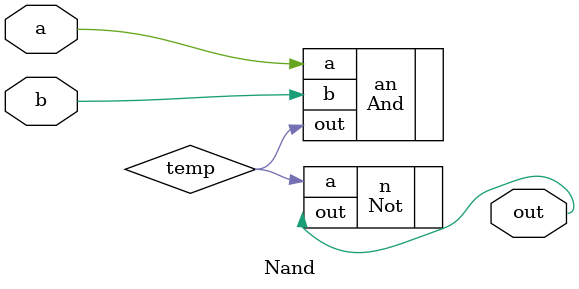
<source format=v>
module Nand(input a , b , output out );
	wire temp;
	And an(.a(a) , .b(b) , .out(temp) );
	Not n(.a(temp) , .out(out));
endmodule

</source>
